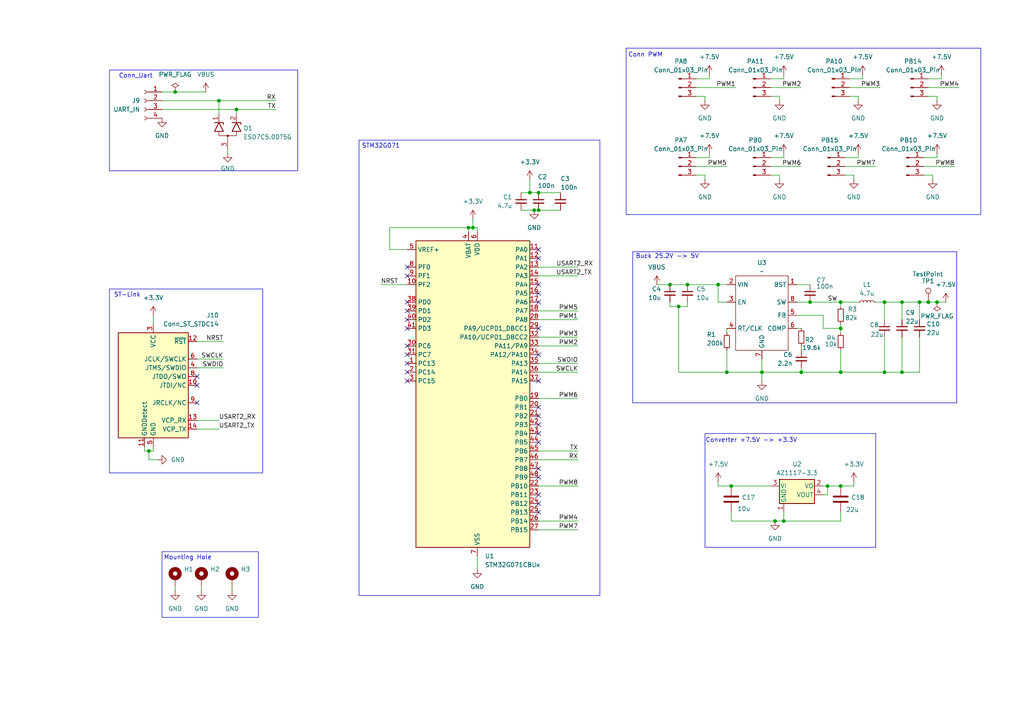
<source format=kicad_sch>
(kicad_sch (version 20231120) (generator "eeschema") (generator_version "8.0")
  (paper "A4")
  (lib_symbols
    (symbol "Connector:Conn_01x03_Pin" (pin_names (offset 1.016) hide)
      (property "Reference" "J" (at 0 5.08 0))
      (property "Value" "Conn_01x03_Pin" (at 0 -5.08 0))
      (symbol "Conn_01x03_Pin_1_1"
        (polyline (pts (xy 1.27 -2.54) (xy 0.8636 -2.54)) (stroke (width 0.1524)))
        (polyline (pts (xy 1.27 0) (xy 0.8636 0)) (stroke (width 0.1524)))
        (polyline (pts (xy 1.27 2.54) (xy 0.8636 2.54)) (stroke (width 0.1524)))
        (rectangle (start 0.8636 -2.413) (end 0 -2.667) (stroke (width 0.1524)) (fill (type outline)))
        (rectangle (start 0.8636 0.127) (end 0 -0.127) (stroke (width 0.1524)) (fill (type outline)))
        (rectangle (start 0.8636 2.667) (end 0 2.413) (stroke (width 0.1524)) (fill (type outline)))
        (pin passive line (at 5.08 2.54 180) (length 3.81) (name "Pin_1") (number "1"))
        (pin passive line (at 5.08 0 180) (length 3.81) (name "Pin_2") (number "2"))
        (pin passive line (at 5.08 -2.54 180) (length 3.81) (name "Pin_3") (number "3"))
      )
    )
    (symbol "Connector:Conn_01x04_Socket" (pin_names (offset 1.016) hide)
      (property "Reference" "J" (at 0 5.08 0))
      (property "Value" "Conn_01x04_Socket" (at 0 -7.62 0))
      (symbol "Conn_01x04_Socket_1_1"
        (arc (start 0 -4.572) (mid -0.5058 -5.08) (end 0 -5.588) (stroke (width 0.1524)))
        (arc (start 0 -2.032) (mid -0.5058 -2.54) (end 0 -3.048) (stroke (width 0.1524)))
        (polyline (pts (xy -1.27 -5.08) (xy -0.508 -5.08)) (stroke (width 0.1524)))
        (polyline (pts (xy -1.27 -2.54) (xy -0.508 -2.54)) (stroke (width 0.1524)))
        (polyline (pts (xy -1.27 0) (xy -0.508 0)) (stroke (width 0.1524)))
        (polyline (pts (xy -1.27 2.54) (xy -0.508 2.54)) (stroke (width 0.1524)))
        (arc (start 0 0.508) (mid -0.5058 0) (end 0 -0.508) (stroke (width 0.1524)))
        (arc (start 0 3.048) (mid -0.5058 2.54) (end 0 2.032) (stroke (width 0.1524)))
        (pin passive line (at -5.08 2.54 0) (length 3.81) (name "Pin_1") (number "1"))
        (pin passive line (at -5.08 0 0) (length 3.81) (name "Pin_2") (number "2"))
        (pin passive line (at -5.08 -2.54 0) (length 3.81) (name "Pin_3") (number "3"))
        (pin passive line (at -5.08 -5.08 0) (length 3.81) (name "Pin_4") (number "4"))
      )
    )
    (symbol "Connector:Conn_ST_STDC14"
      (property "Reference" "J" (at -8.89 16.51 0))
      (property "Value" "Conn_ST_STDC14" (at 17.78 16.51 0))
      (symbol "Conn_ST_STDC14_0_1"
        (rectangle (start -10.16 15.24) (end 10.16 -15.24) (stroke (width 0.254)) (fill (type background)))
      )
      (symbol "Conn_ST_STDC14_1_1"
        (pin no_connect line (at -10.16 5.08 0) (length 2.54) hide (name "NC") (number "1"))
        (pin output line (at 12.7 0 180) (length 2.54) (name "JTDI/NC") (number "10"))
        (pin passive line (at -2.54 -17.78 90) (length 2.54) (name "GNDDetect") (number "11"))
        (pin open_collector line (at 12.7 12.7 180) (length 2.54) (name "~{RST}") (number "12"))
        (pin output line (at 12.7 -10.16 180) (length 2.54) (name "VCP_RX") (number "13"))
        (pin input line (at 12.7 -12.7 180) (length 2.54) (name "VCP_TX") (number "14"))
        (pin no_connect line (at -10.16 2.54 0) (length 2.54) hide (name "NC") (number "2"))
        (pin power_in line (at 0 17.78 270) (length 2.54) (name "VCC") (number "3"))
        (pin bidirectional line (at 12.7 5.08 180) (length 2.54) (name "JTMS/SWDIO") (number "4"))
        (pin power_in line (at 0 -17.78 90) (length 2.54) (name "GND") (number "5"))
        (pin output line (at 12.7 7.62 180) (length 2.54) (name "JCLK/SWCLK") (number "6"))
        (pin passive line (at 0 -17.78 90) (length 2.54) hide (name "GND") (number "7"))
        (pin input line (at 12.7 2.54 180) (length 2.54) (name "JTDO/SWO") (number "8"))
        (pin input line (at 12.7 -5.08 180) (length 2.54) (name "JRCLK/NC") (number "9"))
      )
    )
    (symbol "Connector:TestPoint" (pin_numbers hide) (pin_names (offset 0.762) hide)
      (property "Reference" "TP" (at 0 6.858 0))
      (property "Value" "TestPoint" (at 0 5.08 0))
      (symbol "TestPoint_0_1"
        (circle (center 0 3.302) (radius 0.762))
      )
      (symbol "TestPoint_1_1"
        (pin passive line (at 0 0 90) (length 2.54) (name "1") (number "1"))
      )
    )
    (symbol "Custom:AP64500Q"
      (property "Reference" "U3" (at 0 13.97 0))
      (property "Value" "~" (at 0 11.43 0))
      (symbol "AP64500Q_0_1"
        (rectangle (start -7.62 10.16) (end 7.62 -11.43))
      )
      (symbol "AP64500Q_1_1"
        (pin input line (at 10.16 7.62 180) (length 2.54) (name "BST") (number "1"))
        (pin input line (at -10.16 7.62 0) (length 2.54) (name "VIN") (number "2"))
        (pin input line (at -10.16 2.54 0) (length 2.54) (name "EN") (number "3"))
        (pin input line (at -10.16 -5.08 0) (length 2.54) (name "RT/CLK") (number "4"))
        (pin input line (at 10.16 -1.27 180) (length 2.54) (name "FB") (number "5"))
        (pin input line (at 10.16 -5.08 180) (length 2.54) (name "COMP") (number "6"))
        (pin input line (at 0 -13.97 90) (length 2.54) (name "GND") (number "7"))
        (pin input line (at 10.16 2.54 180) (length 2.54) (name "SW") (number "8"))
        (pin input line (at 0 -13.97 90) (length 2.54) hide (name "EPad") (number "9"))
      )
    )
    (symbol "Device:C" (pin_numbers hide) (pin_names (offset 0.254))
      (property "Reference" "C" (at 0.635 2.54 0))
      (property "Value" "C" (at 0.635 -2.54 0))
      (symbol "C_0_1"
        (polyline (pts (xy -2.032 -0.762) (xy 2.032 -0.762)) (stroke (width 0.508)))
        (polyline (pts (xy -2.032 0.762) (xy 2.032 0.762)) (stroke (width 0.508)))
      )
      (symbol "C_1_1"
        (pin passive line (at 0 3.81 270) (length 2.794) (name "~") (number "1"))
        (pin passive line (at 0 -3.81 90) (length 2.794) (name "~") (number "2"))
      )
    )
    (symbol "Device:C_Small" (pin_numbers hide) (pin_names (offset 0.254) hide)
      (property "Reference" "C" (at 0.254 1.778 0))
      (property "Value" "C_Small" (at 0.254 -2.032 0))
      (symbol "C_Small_0_1"
        (polyline (pts (xy -1.524 -0.508) (xy 1.524 -0.508)) (stroke (width 0.3302)))
        (polyline (pts (xy -1.524 0.508) (xy 1.524 0.508)) (stroke (width 0.3048)))
      )
      (symbol "C_Small_1_1"
        (pin passive line (at 0 2.54 270) (length 2.032) (name "~") (number "1"))
        (pin passive line (at 0 -2.54 90) (length 2.032) (name "~") (number "2"))
      )
    )
    (symbol "Device:L_Small" (pin_numbers hide) (pin_names (offset 0.254) hide)
      (property "Reference" "L" (at 0.762 1.016 0))
      (property "Value" "L_Small" (at 0.762 -1.016 0))
      (symbol "L_Small_0_1"
        (arc (start 0 -2.032) (mid 0.5058 -1.524) (end 0 -1.016))
        (arc (start 0 -1.016) (mid 0.5058 -0.508) (end 0 0))
        (arc (start 0 0) (mid 0.5058 0.508) (end 0 1.016))
        (arc (start 0 1.016) (mid 0.5058 1.524) (end 0 2.032))
      )
      (symbol "L_Small_1_1"
        (pin passive line (at 0 2.54 270) (length 0.508) (name "~") (number "1"))
        (pin passive line (at 0 -2.54 90) (length 0.508) (name "~") (number "2"))
      )
    )
    (symbol "Device:R_Small" (pin_numbers hide) (pin_names (offset 0.254) hide)
      (property "Reference" "R" (at 0.762 0.508 0))
      (property "Value" "R_Small" (at 0.762 -1.016 0))
      (symbol "R_Small_0_1"
        (rectangle (start -0.762 1.778) (end 0.762 -1.778) (stroke (width 0.2032)))
      )
      (symbol "R_Small_1_1"
        (pin passive line (at 0 2.54 270) (length 0.762) (name "~") (number "1"))
        (pin passive line (at 0 -2.54 90) (length 0.762) (name "~") (number "2"))
      )
    )
    (symbol "GND_3" (power) (pin_numbers hide) (pin_names (offset 0) hide)
      (property "Value" "GND" (at 0 -3.81 0))
      (symbol "GND_3_0_1"
        (polyline (pts (xy 0 0) (xy 0 -1.27) (xy 1.27 -1.27) (xy 0 -2.54) (xy -1.27 -1.27) (xy 0 -1.27)))
      )
      (symbol "GND_3_1_1"
        (pin power_in line (at 0 0 270) (length 0) (name "~") (number "1"))
      )
    )
    (symbol "MCU_ST_STM32G0:STM32G071CBUx"
      (property "Reference" "U" (at -15.24 46.99 0))
      (property "Value" "STM32G071CBUx" (at 5.08 46.99 0))
      (symbol "STM32G071CBUx_0_1"
        (rectangle (start -15.24 -43.18) (end 17.78 45.72) (stroke (width 0.254)) (fill (type background)))
      )
      (symbol "STM32G071CBUx_1_1"
        (pin bidirectional line (at -17.78 10.16 0) (length 2.54) (name "PC13") (number "1"))
        (pin bidirectional line (at -17.78 33.02 0) (length 2.54) (name "PF2") (number "10"))
        (pin bidirectional line (at 20.32 43.18 180) (length 2.54) (name "PA0") (number "11"))
        (pin bidirectional line (at 20.32 40.64 180) (length 2.54) (name "PA1") (number "12"))
        (pin bidirectional line (at 20.32 38.1 180) (length 2.54) (name "PA2") (number "13"))
        (pin bidirectional line (at 20.32 35.56 180) (length 2.54) (name "PA3") (number "14"))
        (pin bidirectional line (at 20.32 33.02 180) (length 2.54) (name "PA4") (number "15"))
        (pin bidirectional line (at 20.32 30.48 180) (length 2.54) (name "PA5") (number "16"))
        (pin bidirectional line (at 20.32 27.94 180) (length 2.54) (name "PA6") (number "17"))
        (pin bidirectional line (at 20.32 25.4 180) (length 2.54) (name "PA7") (number "18"))
        (pin bidirectional line (at 20.32 0 180) (length 2.54) (name "PB0") (number "19"))
        (pin bidirectional line (at -17.78 7.62 0) (length 2.54) (name "PC14") (number "2"))
        (pin bidirectional line (at 20.32 -2.54 180) (length 2.54) (name "PB1") (number "20"))
        (pin bidirectional line (at 20.32 -5.08 180) (length 2.54) (name "PB2") (number "21"))
        (pin bidirectional line (at 20.32 -25.4 180) (length 2.54) (name "PB10") (number "22"))
        (pin bidirectional line (at 20.32 -27.94 180) (length 2.54) (name "PB11") (number "23"))
        (pin bidirectional line (at 20.32 -30.48 180) (length 2.54) (name "PB12") (number "24"))
        (pin bidirectional line (at 20.32 -33.02 180) (length 2.54) (name "PB13") (number "25"))
        (pin bidirectional line (at 20.32 -35.56 180) (length 2.54) (name "PB14") (number "26"))
        (pin bidirectional line (at 20.32 -38.1 180) (length 2.54) (name "PB15") (number "27"))
        (pin bidirectional line (at 20.32 22.86 180) (length 2.54) (name "PA8") (number "28"))
        (pin bidirectional line (at 20.32 20.32 180) (length 2.54) (name "PA9/UCPD1_DBCC1") (number "29"))
        (pin bidirectional line (at -17.78 5.08 0) (length 2.54) (name "PC15") (number "3"))
        (pin bidirectional line (at -17.78 15.24 0) (length 2.54) (name "PC6") (number "30"))
        (pin bidirectional line (at -17.78 12.7 0) (length 2.54) (name "PC7") (number "31"))
        (pin bidirectional line (at 20.32 17.78 180) (length 2.54) (name "PA10/UCPD1_DBCC2") (number "32"))
        (pin bidirectional line (at 20.32 15.24 180) (length 2.54) (name "PA11/PA9") (number "33"))
        (pin bidirectional line (at 20.32 12.7 180) (length 2.54) (name "PA12/PA10") (number "34"))
        (pin bidirectional line (at 20.32 10.16 180) (length 2.54) (name "PA13") (number "35"))
        (pin bidirectional line (at 20.32 7.62 180) (length 2.54) (name "PA14") (number "36"))
        (pin bidirectional line (at 20.32 5.08 180) (length 2.54) (name "PA15") (number "37"))
        (pin bidirectional line (at -17.78 27.94 0) (length 2.54) (name "PD0") (number "38"))
        (pin bidirectional line (at -17.78 25.4 0) (length 2.54) (name "PD1") (number "39"))
        (pin power_in line (at 0 48.26 270) (length 2.54) (name "VBAT") (number "4"))
        (pin bidirectional line (at -17.78 22.86 0) (length 2.54) (name "PD2") (number "40"))
        (pin bidirectional line (at -17.78 20.32 0) (length 2.54) (name "PD3") (number "41"))
        (pin bidirectional line (at 20.32 -7.62 180) (length 2.54) (name "PB3") (number "42"))
        (pin bidirectional line (at 20.32 -10.16 180) (length 2.54) (name "PB4") (number "43"))
        (pin bidirectional line (at 20.32 -12.7 180) (length 2.54) (name "PB5") (number "44"))
        (pin bidirectional line (at 20.32 -15.24 180) (length 2.54) (name "PB6") (number "45"))
        (pin bidirectional line (at 20.32 -17.78 180) (length 2.54) (name "PB7") (number "46"))
        (pin bidirectional line (at 20.32 -20.32 180) (length 2.54) (name "PB8") (number "47"))
        (pin bidirectional line (at 20.32 -22.86 180) (length 2.54) (name "PB9") (number "48"))
        (pin passive line (at 2.54 -45.72 90) (length 2.54) hide (name "VSS") (number "49"))
        (pin input line (at -17.78 43.18 0) (length 2.54) (name "VREF+") (number "5"))
        (pin power_in line (at 2.54 48.26 270) (length 2.54) (name "VDD") (number "6"))
        (pin power_in line (at 2.54 -45.72 90) (length 2.54) (name "VSS") (number "7"))
        (pin bidirectional line (at -17.78 38.1 0) (length 2.54) (name "PF0") (number "8"))
        (pin bidirectional line (at -17.78 35.56 0) (length 2.54) (name "PF1") (number "9"))
      )
    )
    (symbol "Mechanical:MountingHole_Pad" (pin_numbers hide) (pin_names (offset 1.016) hide) (exclude_from_sim yes) (in_bom no)
      (property "Reference" "H" (at 0 6.35 0))
      (property "Value" "MountingHole_Pad" (at 0 4.445 0))
      (symbol "MountingHole_Pad_0_1"
        (circle (center 0 1.27) (radius 1.27) (stroke (width 1.27)))
      )
      (symbol "MountingHole_Pad_1_1"
        (pin input line (at 0 -2.54 90) (length 2.54) (name "1") (number "1"))
      )
    )
    (symbol "PWR_FLAG_1" (power) (pin_numbers hide) (pin_names (offset 0) hide)
      (property "Value" "PWR_FLAG" (at 0 3.81 0))
      (symbol "PWR_FLAG_1_0_0"
        (pin power_out line (at 0 0 90) (length 0) (name "~") (number "1"))
      )
      (symbol "PWR_FLAG_1_0_1"
        (polyline (pts (xy 0 0) (xy 0 1.27) (xy -1.016 1.905) (xy 0 2.54) (xy 1.016 1.905) (xy 0 1.27)))
      )
    )
    (symbol "Power_Protection:RCLAMP0582B" (pin_names hide)
      (property "Reference" "D" (at 0 5.08 0))
      (property "Value" "RCLAMP0582B" (at 0 -5.08 0))
      (symbol "RCLAMP0582B_0_1"
        (polyline (pts (xy -2.54 0) (xy -1.27 0)))
        (polyline (pts (xy -1.27 2.54) (xy -1.27 -2.54)))
        (polyline (pts (xy 0 2.54) (xy -1.27 2.54)) (stroke (width 0.1524)))
        (polyline (pts (xy 2.54 3.81) (xy 2.54 1.27) (xy 2.032 1.27)) (stroke (width 0.254)))
        (polyline (pts (xy 0 1.27) (xy 0 3.81) (xy 2.54 2.54) (xy 0 1.27)) (stroke (width 0.254)))
        (pin passive line (at -5.08 0 0) (length 2.54) (name "A") (number "3"))
      )
      (symbol "RCLAMP0582B_1_1"
        (circle (center -1.27 0) (radius 0.254) (fill (type outline)))
        (polyline (pts (xy 0 -2.54) (xy -1.27 -2.54)) (stroke (width 0.1524)))
        (polyline (pts (xy 2.54 -1.27) (xy 2.54 -3.81) (xy 2.032 -3.81)) (stroke (width 0.254)))
        (polyline (pts (xy 0 -3.81) (xy 0 -1.27) (xy 2.54 -2.54) (xy 0 -3.81)) (stroke (width 0.254)))
        (pin passive line (at 5.08 2.54 180) (length 2.54) (name "K1") (number "1"))
        (pin passive line (at 5.08 -2.54 180) (length 2.54) (name "K2") (number "2"))
      )
    )
    (symbol "Regulator_Linear:AZ1117-3.3" (pin_names (offset 0.254))
      (property "Reference" "U2" (at 0 6.35 0))
      (property "Value" "AZ1117-3.3" (at 0 3.81 0))
      (symbol "AZ1117-3.3_0_1"
        (rectangle (start -5.08 1.905) (end 5.08 -5.08) (stroke (width 0.254)) (fill (type background)))
      )
      (symbol "AZ1117-3.3_1_1"
        (pin power_in line (at -3.81 -7.62 90) (length 2.54) (name "GND") (number "1"))
        (pin power_out line (at 7.62 0 180) (length 2.54) (name "VO") (number "2"))
        (pin power_in line (at -7.62 0 0) (length 2.54) (name "VI") (number "3"))
        (pin input line (at 7.62 -2.54 180) (length 2.54) (name "VOUT") (number "4"))
      )
    )
    (symbol "power:+3.3V" (power) (pin_numbers hide) (pin_names (offset 0) hide)
      (property "Value" "+3.3V" (at 0 3.556 0))
      (symbol "+3.3V_0_1"
        (polyline (pts (xy -0.762 1.27) (xy 0 2.54)))
        (polyline (pts (xy 0 0) (xy 0 2.54)))
        (polyline (pts (xy 0 2.54) (xy 0.762 1.27)))
      )
      (symbol "+3.3V_1_1"
        (pin power_in line (at 0 0 90) (length 0) (name "~") (number "1"))
      )
    )
    (symbol "power:+5V" (power) (pin_numbers hide) (pin_names (offset 0) hide)
      (property "Value" "+5V" (at 0 3.556 0))
      (symbol "+5V_0_1"
        (polyline (pts (xy -0.762 1.27) (xy 0 2.54)))
        (polyline (pts (xy 0 0) (xy 0 2.54)))
        (polyline (pts (xy 0 2.54) (xy 0.762 1.27)))
      )
      (symbol "+5V_1_1"
        (pin power_in line (at 0 0 90) (length 0) (name "~") (number "1"))
      )
    )
    (symbol "power:+BATT" (power) (pin_numbers hide) (pin_names (offset 0) hide)
      (property "Value" "+BATT" (at 0 3.556 0))
      (symbol "+BATT_0_1"
        (polyline (pts (xy -0.762 1.27) (xy 0 2.54)))
        (polyline (pts (xy 0 0) (xy 0 2.54)))
        (polyline (pts (xy 0 2.54) (xy 0.762 1.27)))
      )
      (symbol "+BATT_1_1"
        (pin power_in line (at 0 0 90) (length 0) (name "~") (number "1"))
      )
    )
    (symbol "power:GND" (power) (pin_numbers hide) (pin_names (offset 0) hide)
      (property "Value" "GND" (at 0 -3.81 0))
      (symbol "GND_0_1"
        (polyline (pts (xy 0 0) (xy 0 -1.27) (xy 1.27 -1.27) (xy 0 -2.54) (xy -1.27 -1.27) (xy 0 -1.27)))
      )
      (symbol "GND_1_1"
        (pin power_in line (at 0 0 270) (length 0) (name "~") (number "1"))
      )
    )
    (symbol "power:PWR_FLAG" (power) (pin_numbers hide) (pin_names (offset 0) hide)
      (property "Value" "PWR_FLAG" (at 0 3.81 0))
      (symbol "PWR_FLAG_0_0"
        (pin power_out line (at 0 0 90) (length 0) (name "~") (number "1"))
      )
      (symbol "PWR_FLAG_0_1"
        (polyline (pts (xy 0 0) (xy 0 1.27) (xy -1.016 1.905) (xy 0 2.54) (xy 1.016 1.905) (xy 0 1.27)))
      )
    )
    (symbol "power:VBUS" (power) (pin_numbers hide) (pin_names (offset 0) hide)
      (property "Value" "VBUS" (at 0 3.556 0))
      (symbol "VBUS_0_1"
        (polyline (pts (xy -0.762 1.27) (xy 0 2.54)))
        (polyline (pts (xy 0 0) (xy 0 2.54)))
        (polyline (pts (xy 0 2.54) (xy 0.762 1.27)))
      )
      (symbol "VBUS_1_1"
        (pin power_in line (at 0 0 90) (length 0) (name "~") (number "1"))
      )
    )
  )
  (junction (at 240.03 140.97))
  (junction (at 271.78 87.63))
  (junction (at 269.24 87.63))
  (junction (at 194.31 82.55))
  (junction (at 135.89 66.04))
  (junction (at 68.58 31.75))
  (junction (at 234.95 87.63))
  (junction (at 63.5 29.21))
  (junction (at 153.67 55.88))
  (junction (at 154.94 60.96))
  (junction (at 243.84 107.95))
  (junction (at 266.7 87.63))
  (junction (at 261.62 87.63))
  (junction (at 256.54 87.63))
  (junction (at 256.54 107.95))
  (junction (at 50.8 26.67))
  (junction (at 208.28 82.55))
  (junction (at 210.82 107.95))
  (junction (at 199.39 82.55))
  (junction (at 261.62 107.95))
  (junction (at 243.84 87.63))
  (junction (at 212.09 140.97))
  (junction (at 156.21 60.96))
  (junction (at 243.84 140.97))
  (junction (at 137.16 66.04))
  (junction (at 220.98 107.95))
  (junction (at 227.33 151.13))
  (junction (at 196.85 88.9))
  (junction (at 243.84 95.25))
  (junction (at 224.79 151.13))
  (junction (at 43.18 130.81))
  (junction (at 156.21 55.88))
  (junction (at 232.41 107.95))
  (no_connect (at 156.21 95.25))
  (no_connect (at 156.21 135.89))
  (no_connect (at 156.21 87.63))
  (no_connect (at 118.11 110.49))
  (no_connect (at 118.11 77.47))
  (no_connect (at 118.11 102.87))
  (no_connect (at 118.11 100.33))
  (no_connect (at 156.21 143.51))
  (no_connect (at 57.15 111.76))
  (no_connect (at 57.15 116.84))
  (no_connect (at 156.21 146.05))
  (no_connect (at 156.21 110.49))
  (no_connect (at 156.21 128.27))
  (no_connect (at 118.11 90.17))
  (no_connect (at 156.21 120.65))
  (no_connect (at 118.11 92.71))
  (no_connect (at 118.11 107.95))
  (no_connect (at 57.15 109.22))
  (no_connect (at 156.21 102.87))
  (no_connect (at 156.21 82.55))
  (no_connect (at 156.21 85.09))
  (no_connect (at 156.21 125.73))
  (no_connect (at 156.21 148.59))
  (no_connect (at 156.21 118.11))
  (no_connect (at 156.21 138.43))
  (no_connect (at 156.21 74.93))
  (no_connect (at 156.21 72.39))
  (no_connect (at 118.11 80.01))
  (no_connect (at 156.21 123.19))
  (no_connect (at 118.11 95.25))
  (no_connect (at 118.11 87.63))
  (no_connect (at 118.11 105.41))
  (wire (pts (xy 227.33 148.59) (xy 227.33 151.13)))
  (wire (pts (xy 154.94 60.96) (xy 156.21 60.96)))
  (wire (pts (xy 243.84 107.95) (xy 256.54 107.95)))
  (wire (pts (xy 247.65 50.8) (xy 247.65 52.07)))
  (wire (pts (xy 220.98 104.14) (xy 220.98 107.95)))
  (wire (pts (xy 238.76 143.51) (xy 240.03 143.51)))
  (wire (pts (xy 223.52 25.4) (xy 232.41 25.4)))
  (wire (pts (xy 267.97 48.26) (xy 276.86 48.26)))
  (wire (pts (xy 151.13 60.96) (xy 154.94 60.96)))
  (wire (pts (xy 256.54 107.95) (xy 261.62 107.95)))
  (wire (pts (xy 223.52 45.72) (xy 227.33 45.72)))
  (wire (pts (xy 194.31 88.9) (xy 194.31 87.63)))
  (wire (pts (xy 46.99 26.67) (xy 50.8 26.67)))
  (wire (pts (xy 247.65 140.97) (xy 247.65 139.7)))
  (wire (pts (xy 224.79 151.13) (xy 227.33 151.13)))
  (wire (pts (xy 238.76 95.25) (xy 243.84 95.25)))
  (wire (pts (xy 271.78 45.72) (xy 271.78 44.45)))
  (wire (pts (xy 190.5 82.55) (xy 194.31 82.55)))
  (wire (pts (xy 63.5 121.92) (xy 57.15 121.92)))
  (wire (pts (xy 137.16 66.04) (xy 135.89 66.04)))
  (wire (pts (xy 153.67 52.07) (xy 153.67 55.88)))
  (wire (pts (xy 156.21 77.47) (xy 167.64 77.47)))
  (wire (pts (xy 261.62 87.63) (xy 266.7 87.63)))
  (wire (pts (xy 201.93 45.72) (xy 205.74 45.72)))
  (wire (pts (xy 248.92 27.94) (xy 248.92 29.21)))
  (wire (pts (xy 201.93 48.26) (xy 210.82 48.26)))
  (wire (pts (xy 194.31 82.55) (xy 199.39 82.55)))
  (wire (pts (xy 271.78 27.94) (xy 271.78 29.21)))
  (wire (pts (xy 232.41 100.33) (xy 232.41 101.6)))
  (wire (pts (xy 240.03 143.51) (xy 240.03 140.97)))
  (wire (pts (xy 243.84 93.98) (xy 243.84 95.25)))
  (wire (pts (xy 205.74 45.72) (xy 205.74 44.45)))
  (wire (pts (xy 57.15 124.46) (xy 63.5 124.46)))
  (wire (pts (xy 156.21 133.35) (xy 167.64 133.35)))
  (wire (pts (xy 167.64 97.79) (xy 156.21 97.79)))
  (wire (pts (xy 58.42 170.18) (xy 58.42 171.45)))
  (wire (pts (xy 50.8 26.67) (xy 59.69 26.67)))
  (wire (pts (xy 67.31 170.18) (xy 67.31 171.45)))
  (wire (pts (xy 238.76 91.44) (xy 238.76 95.25)))
  (wire (pts (xy 196.85 107.95) (xy 210.82 107.95)))
  (wire (pts (xy 43.18 133.35) (xy 43.18 130.81)))
  (wire (pts (xy 246.38 22.86) (xy 250.19 22.86)))
  (wire (pts (xy 227.33 22.86) (xy 227.33 21.59)))
  (wire (pts (xy 243.84 101.6) (xy 243.84 107.95)))
  (wire (pts (xy 220.98 107.95) (xy 232.41 107.95)))
  (wire (pts (xy 266.7 87.63) (xy 269.24 87.63)))
  (wire (pts (xy 248.92 45.72) (xy 248.92 44.45)))
  (wire (pts (xy 232.41 107.95) (xy 243.84 107.95)))
  (wire (pts (xy 41.91 130.81) (xy 41.91 129.54)))
  (wire (pts (xy 223.52 50.8) (xy 226.06 50.8)))
  (wire (pts (xy 226.06 27.94) (xy 226.06 29.21)))
  (wire (pts (xy 269.24 25.4) (xy 278.13 25.4)))
  (wire (pts (xy 243.84 148.59) (xy 243.84 151.13)))
  (wire (pts (xy 212.09 140.97) (xy 208.28 140.97)))
  (wire (pts (xy 256.54 97.79) (xy 256.54 107.95)))
  (wire (pts (xy 196.85 88.9) (xy 194.31 88.9)))
  (wire (pts (xy 261.62 97.79) (xy 261.62 107.95)))
  (wire (pts (xy 57.15 104.14) (xy 64.77 104.14)))
  (wire (pts (xy 196.85 88.9) (xy 199.39 88.9)))
  (wire (pts (xy 243.84 95.25) (xy 243.84 96.52)))
  (wire (pts (xy 231.14 95.25) (xy 232.41 95.25)))
  (wire (pts (xy 201.93 25.4) (xy 213.36 25.4)))
  (wire (pts (xy 204.47 27.94) (xy 204.47 29.21)))
  (wire (pts (xy 46.99 29.21) (xy 63.5 29.21)))
  (wire (pts (xy 210.82 107.95) (xy 220.98 107.95)))
  (wire (pts (xy 57.15 99.06) (xy 64.77 99.06)))
  (wire (pts (xy 267.97 45.72) (xy 271.78 45.72)))
  (wire (pts (xy 156.21 80.01) (xy 167.64 80.01)))
  (wire (pts (xy 208.28 87.63) (xy 208.28 82.55)))
  (wire (pts (xy 138.43 165.1) (xy 138.43 161.29)))
  (wire (pts (xy 205.74 21.59) (xy 205.74 22.86)))
  (wire (pts (xy 167.64 90.17) (xy 156.21 90.17)))
  (wire (pts (xy 212.09 151.13) (xy 224.79 151.13)))
  (wire (pts (xy 208.28 82.55) (xy 210.82 82.55)))
  (wire (pts (xy 153.67 55.88) (xy 156.21 55.88)))
  (wire (pts (xy 240.03 140.97) (xy 243.84 140.97)))
  (wire (pts (xy 210.82 87.63) (xy 208.28 87.63)))
  (wire (pts (xy 167.64 153.67) (xy 156.21 153.67)))
  (wire (pts (xy 271.78 87.63) (xy 274.32 87.63)))
  (wire (pts (xy 204.47 50.8) (xy 204.47 52.07)))
  (wire (pts (xy 261.62 107.95) (xy 266.7 107.95)))
  (wire (pts (xy 135.89 66.04) (xy 135.89 67.31)))
  (wire (pts (xy 118.11 82.55) (xy 110.49 82.55)))
  (wire (pts (xy 63.5 29.21) (xy 80.01 29.21)))
  (wire (pts (xy 243.84 88.9) (xy 243.84 87.63)))
  (wire (pts (xy 256.54 87.63) (xy 256.54 92.71)))
  (wire (pts (xy 167.64 115.57) (xy 156.21 115.57)))
  (wire (pts (xy 137.16 66.04) (xy 138.43 66.04)))
  (wire (pts (xy 135.89 66.04) (xy 113.03 66.04)))
  (wire (pts (xy 269.24 22.86) (xy 273.05 22.86)))
  (wire (pts (xy 68.58 31.75) (xy 68.58 33.02)))
  (wire (pts (xy 227.33 45.72) (xy 227.33 44.45)))
  (wire (pts (xy 57.15 106.68) (xy 64.77 106.68)))
  (wire (pts (xy 270.51 50.8) (xy 270.51 52.07)))
  (wire (pts (xy 231.14 82.55) (xy 234.95 82.55)))
  (wire (pts (xy 256.54 87.63) (xy 261.62 87.63)))
  (wire (pts (xy 201.93 50.8) (xy 204.47 50.8)))
  (wire (pts (xy 205.74 22.86) (xy 201.93 22.86)))
  (wire (pts (xy 66.04 44.45) (xy 66.04 43.18)))
  (wire (pts (xy 196.85 88.9) (xy 196.85 107.95)))
  (wire (pts (xy 113.03 72.39) (xy 118.11 72.39)))
  (wire (pts (xy 267.97 50.8) (xy 270.51 50.8)))
  (wire (pts (xy 231.14 91.44) (xy 238.76 91.44)))
  (wire (pts (xy 250.19 22.86) (xy 250.19 21.59)))
  (wire (pts (xy 266.7 87.63) (xy 266.7 92.71)))
  (wire (pts (xy 261.62 87.63) (xy 261.62 92.71)))
  (wire (pts (xy 231.14 87.63) (xy 234.95 87.63)))
  (wire (pts (xy 234.95 87.63) (xy 243.84 87.63)))
  (wire (pts (xy 45.72 133.35) (xy 43.18 133.35)))
  (wire (pts (xy 199.39 82.55) (xy 208.28 82.55)))
  (wire (pts (xy 199.39 87.63) (xy 199.39 88.9)))
  (wire (pts (xy 63.5 29.21) (xy 63.5 33.02)))
  (wire (pts (xy 156.21 130.81) (xy 167.64 130.81)))
  (wire (pts (xy 266.7 107.95) (xy 266.7 97.79)))
  (wire (pts (xy 137.16 63.5) (xy 137.16 66.04)))
  (wire (pts (xy 167.64 92.71) (xy 156.21 92.71)))
  (wire (pts (xy 223.52 48.26) (xy 232.41 48.26)))
  (wire (pts (xy 138.43 66.04) (xy 138.43 67.31)))
  (wire (pts (xy 156.21 60.96) (xy 162.56 60.96)))
  (wire (pts (xy 232.41 107.95) (xy 232.41 106.68)))
  (wire (pts (xy 273.05 22.86) (xy 273.05 21.59)))
  (wire (pts (xy 226.06 50.8) (xy 226.06 52.07)))
  (wire (pts (xy 43.18 130.81) (xy 41.91 130.81)))
  (wire (pts (xy 167.64 151.13) (xy 156.21 151.13)))
  (wire (pts (xy 156.21 105.41) (xy 167.64 105.41)))
  (wire (pts (xy 245.11 45.72) (xy 248.92 45.72)))
  (wire (pts (xy 246.38 25.4) (xy 255.27 25.4)))
  (wire (pts (xy 212.09 151.13) (xy 212.09 148.59)))
  (wire (pts (xy 43.18 130.81) (xy 44.45 130.81)))
  (wire (pts (xy 50.8 170.18) (xy 50.8 171.45)))
  (wire (pts (xy 245.11 50.8) (xy 247.65 50.8)))
  (wire (pts (xy 151.13 55.88) (xy 153.67 55.88)))
  (wire (pts (xy 220.98 107.95) (xy 220.98 110.49)))
  (wire (pts (xy 46.99 31.75) (xy 68.58 31.75)))
  (wire (pts (xy 212.09 140.97) (xy 223.52 140.97)))
  (wire (pts (xy 113.03 66.04) (xy 113.03 72.39)))
  (wire (pts (xy 68.58 31.75) (xy 80.01 31.75)))
  (wire (pts (xy 245.11 48.26) (xy 254 48.26)))
  (wire (pts (xy 210.82 96.52) (xy 210.82 95.25)))
  (wire (pts (xy 247.65 140.97) (xy 243.84 140.97)))
  (wire (pts (xy 269.24 27.94) (xy 271.78 27.94)))
  (wire (pts (xy 44.45 91.44) (xy 44.45 93.98)))
  (wire (pts (xy 44.45 129.54) (xy 44.45 130.81)))
  (wire (pts (xy 223.52 22.86) (xy 227.33 22.86)))
  (wire (pts (xy 238.76 140.97) (xy 240.03 140.97)))
  (wire (pts (xy 269.24 87.63) (xy 271.78 87.63)))
  (wire (pts (xy 201.93 27.94) (xy 204.47 27.94)))
  (wire (pts (xy 156.21 140.97) (xy 167.64 140.97)))
  (wire (pts (xy 156.21 107.95) (xy 167.64 107.95)))
  (wire (pts (xy 246.38 27.94) (xy 248.92 27.94)))
  (wire (pts (xy 254 87.63) (xy 256.54 87.63)))
  (wire (pts (xy 156.21 55.88) (xy 162.56 55.88)))
  (wire (pts (xy 223.52 27.94) (xy 226.06 27.94)))
  (wire (pts (xy 208.28 139.7) (xy 208.28 140.97)))
  (wire (pts (xy 227.33 151.13) (xy 243.84 151.13)))
  (wire (pts (xy 243.84 87.63) (xy 248.92 87.63)))
  (wire (pts (xy 210.82 101.6) (xy 210.82 107.95)))
  (wire (pts (xy 167.64 100.33) (xy 156.21 100.33)))
  (rectangle (start 183.515 73.025) (end 277.495 116.84))
  (rectangle (start 31.75 83.82) (end 76.2 137.16))
  (rectangle (start 181.61 13.97) (end 284.48 62.23))
  (rectangle (start 31.75 20.32) (end 86.36 49.53))
  (rectangle (start 46.99 160.02) (end 74.93 179.07))
  (rectangle (start 204.47 125.73) (end 254 158.75))
  (rectangle (start 104.14 40.64) (end 173.99 172.72))
  (text "Converter +7.5V -> +3.3V" (at 217.932 127.762 0) (effects (font (size 1.27 1.27))))
  (text "Mounting Hole\n" (at 47.498 161.798 0) (effects (font (size 1.27 1.27)) (justify left)))
  (text "Buck 25.2V -> 5V" (at 193.548 74.422 0) (effects (font (size 1.27 1.27))))
  (text "Conn_Uart\n" (at 39.37 22.098 0) (effects (font (size 1.27 1.27))))
  (text "STM32G071\n" (at 110.49 42.418 0) (effects (font (size 1.27 1.27))))
  (text "ST-Link\n" (at 33.02 86.36 0) (effects (font (size 1.27 1.27)) (justify left bottom)))
  (text "Conn PWM\n" (at 187.198 16.002 0) (effects (font (size 1.27 1.27))))
  (label "PWM6" (at 167.64 115.57 180))
  (label "PWM8" (at 276.86 48.26 180))
  (label "PWM6" (at 232.41 48.26 180))
  (label "PWM4" (at 167.64 151.13 180))
  (label "USART2_RX" (at 63.5 121.92 0))
  (label "PWM1" (at 167.64 92.71 180))
  (label "PWM7" (at 167.64 153.67 180))
  (label "NRST" (at 64.77 99.06 180))
  (label "PWM5" (at 167.64 90.17 180))
  (label "SWDIO" (at 167.64 105.41 180))
  (label "TX" (at 80.01 31.75 180))
  (label "TX" (at 167.64 130.81 180))
  (label "USART2_TX" (at 161.29 80.01 0))
  (label "USART2_TX" (at 63.5 124.46 0))
  (label "NRST" (at 110.49 82.55 0))
  (label "PWM3" (at 167.64 97.79 180))
  (label "USART2_RX" (at 161.29 77.47 0))
  (label "PWM5" (at 210.82 48.26 180))
  (label "PWM3" (at 255.27 25.4 180))
  (label "SW" (at 240.03 87.63 0))
  (label "PWM2" (at 167.64 100.33 180))
  (label "SWDIO" (at 64.77 106.68 180))
  (label "SWCLK" (at 64.77 104.14 180))
  (label "PWM1" (at 213.36 25.4 180))
  (label "PWM8" (at 167.64 140.97 180))
  (label "RX" (at 167.64 133.35 180))
  (label "PWM2" (at 232.41 25.4 180))
  (label "PWM4" (at 278.13 25.4 180))
  (label "PWM7" (at 254 48.26 180))
  (label "SWCLK" (at 167.64 107.95 180))
  (label "RX" (at 80.01 29.21 180))
  (symbol (lib_id "power:GND") (at 138.43 165.1 0) (unit 1)
    (property "Reference" "#PWR04" (effects (hide yes)))
    (property "Value" "GND" (at 138.43 170.18 0))
    (property "Description" "Power symbol creates a global label with name \"GND\" , ground" (effects (hide yes)))
  )
  (symbol (lib_id "Device:C_Small") (at 194.31 85.09 0) (mirror y) (unit 1)
    (property "Reference" "C4" (at 191.77 83.8262 0) (effects (justify left)))
    (property "Value" "10u" (at 191.77 86.3662 0) (effects (justify left)))
    (property "Footprint" "Capacitor_SMD:C_0805_2012Metric" (effects (hide yes)))
    (property "Datasheet" "https://www.mouser.fr/ProductDetail/Murata-Electronics/GRM21BR61H106KE43K?qs=xZ%2FP%252Ba9zWqbh3%252B96jyTKxw%3D%3D" (effects (hide yes)))
    (property "Description" "Unpolarized capacitor, small symbol" (effects (hide yes)))
  )
  (symbol (lib_id "Connector:Conn_01x03_Pin") (at 218.44 48.26 0) (unit 1)
    (property "Reference" "PB0" (at 219.075 40.64 0))
    (property "Value" "Conn_01x03_Pin" (at 219.075 43.18 0))
    (property "Footprint" "Connector_JST:JST_EH_B3B-EH-A_1x03_P2.50mm_Vertical" (effects (hide yes)))
    (property "Description" "Generic connector, single row, 01x03, script generated" (effects (hide yes)))
  )
  (symbol (lib_id "power:+BATT") (at 190.5 82.55 0) (unit 1)
    (property "Reference" "#PWR01" (effects (hide yes)))
    (property "Value" "VBUS" (at 190.5 77.47 0))
    (property "Description" "Power symbol creates a global label with name \"+BATT\"" (effects (hide yes)))
  )
  (symbol (lib_id "power:PWR_FLAG") (at 50.8 26.67 0) (unit 1)
    (property "Reference" "#FLG03" (effects (hide yes)))
    (property "Value" "PWR_FLAG" (at 50.8 21.59 0))
    (property "Description" "Special symbol for telling ERC where power comes from" (effects (hide yes)))
  )
  (symbol (lib_id "Device:C_Small") (at 156.21 58.42 0) (unit 1)
    (property "Reference" "C2" (at 155.956 51.308 0) (effects (justify left)))
    (property "Value" "100n" (at 155.956 53.848 0) (effects (justify left)))
    (property "Footprint" "Capacitor_SMD:C_0402_1005Metric" (effects (hide yes)))
    (property "Description" "Unpolarized capacitor, small symbol" (effects (hide yes)))
  )
  (symbol (lib_id "power:+3.3V") (at 205.74 44.45 0) (unit 1)
    (property "Reference" "#PWR016" (effects (hide yes)))
    (property "Value" "+7.5V" (at 205.74 39.37 0))
    (property "Description" "Power symbol creates a global label with name \"+3.3V\"" (effects (hide yes)))
  )
  (symbol (lib_id "Connector:Conn_01x03_Pin") (at 240.03 48.26 0) (unit 1)
    (property "Reference" "PB15" (at 240.665 40.64 0))
    (property "Value" "Conn_01x03_Pin" (at 240.665 43.18 0))
    (property "Footprint" "Connector_JST:JST_EH_B3B-EH-A_1x03_P2.50mm_Vertical" (effects (hide yes)))
    (property "Description" "Generic connector, single row, 01x03, script generated" (effects (hide yes)))
  )
  (symbol (lib_id "power:+3.3V") (at 227.33 21.59 0) (unit 1)
    (property "Reference" "#PWR020" (effects (hide yes)))
    (property "Value" "+7.5V" (at 227.33 16.51 0))
    (property "Description" "Power symbol creates a global label with name \"+3.3V\"" (effects (hide yes)))
  )
  (symbol (lib_id "power:GND") (at 46.99 34.29 0) (unit 1)
    (property "Reference" "#PWR029" (effects (hide yes)))
    (property "Value" "GND" (at 46.99 39.37 0))
    (property "Description" "Power symbol creates a global label with name \"GND\" , ground" (effects (hide yes)))
  )
  (symbol (lib_id "Connector:Conn_01x04_Socket") (at 41.91 29.21 0) (mirror y) (unit 1)
    (property "Reference" "J9" (at 40.64 29.2099 0) (effects (justify left)))
    (property "Value" "UART_IN" (at 40.64 31.7499 0) (effects (justify left)))
    (property "Footprint" "Connector_JST:JST_EH_B4B-EH-A_1x04_P2.50mm_Vertical" (effects (hide yes)))
    (property "Description" "Generic connector, single row, 01x04, script generated" (effects (hide yes)))
  )
  (symbol (lib_id "Device:R_Small") (at 243.84 99.06 0) (mirror y) (unit 1)
    (property "Reference" "R4" (at 241.046 98.044 0))
    (property "Value" "10k" (at 241.046 99.822 0))
    (property "Footprint" "Resistor_SMD:R_0402_1005Metric" (effects (hide yes)))
    (property "Description" "Resistor, small symbol" (effects (hide yes)))
  )
  (symbol (lib_id "power:GND") (at 50.8 171.45 0) (unit 1)
    (property "Reference" "#PWR07" (effects (hide yes)))
    (property "Value" "GND" (at 50.8 176.53 0))
    (property "Description" "Power symbol creates a global label with name \"GND\" , ground" (effects (hide yes)))
  )
  (symbol (lib_id "power:+5V") (at 274.32 87.63 0) (unit 1)
    (property "Reference" "#PWR038" (effects (hide yes)))
    (property "Value" "+7.5V" (at 274.32 82.55 0))
    (property "Description" "Power symbol creates a global label with name \"+5V\"" (effects (hide yes)))
  )
  (symbol (lib_id "power:+3.3V") (at 273.05 21.59 0) (unit 1)
    (property "Reference" "#PWR012" (effects (hide yes)))
    (property "Value" "+7.5V" (at 273.05 16.51 0))
    (property "Description" "Power symbol creates a global label with name \"+3.3V\"" (effects (hide yes)))
  )
  (symbol (lib_id "power:+3.3V") (at 250.19 21.59 0) (unit 1)
    (property "Reference" "#PWR010" (effects (hide yes)))
    (property "Value" "+7.5V" (at 250.19 16.51 0))
    (property "Description" "Power symbol creates a global label with name \"+3.3V\"" (effects (hide yes)))
  )
  (symbol (lib_id "Mechanical:MountingHole_Pad") (at 67.31 167.64 0) (unit 1) (exclude_from_sim yes) (in_bom no)
    (property "Reference" "H3" (at 69.85 165.0999 0) (effects (justify left)))
    (property "Value" "MountingHole_Pad" (effects (hide yes)))
    (property "Footprint" "MountingHole:MountingHole_2.7mm_M2.5_Pad" (effects (hide yes)))
    (property "Description" "Mounting Hole with connection" (effects (hide yes)))
  )
  (symbol (lib_id "power:GND") (at 204.47 52.07 0) (unit 1)
    (property "Reference" "#PWR013" (effects (hide yes)))
    (property "Value" "GND" (at 204.47 57.15 0))
    (property "Description" "Power symbol creates a global label with name \"GND\" , ground" (effects (hide yes)))
  )
  (symbol (lib_id "Connector:TestPoint") (at 269.24 87.63 0) (unit 1)
    (property "Reference" "TP1" (at 271.018 81.534 0) (effects (justify right)))
    (property "Value" "TestPoint" (at 273.558 79.502 0) (effects (justify right)))
    (property "Footprint" "TestPoint:TestPoint_Pad_D2.0mm" (effects (hide yes)))
    (property "Description" "test point" (effects (hide yes)))
  )
  (symbol (lib_id "Connector:Conn_01x03_Pin") (at 241.3 25.4 0) (unit 1)
    (property "Reference" "PA10" (at 241.935 17.78 0))
    (property "Value" "Conn_01x03_Pin" (at 241.935 20.32 0))
    (property "Footprint" "Connector_JST:JST_EH_B3B-EH-A_1x03_P2.50mm_Vertical" (effects (hide yes)))
    (property "Description" "Generic connector, single row, 01x03, script generated" (effects (hide yes)))
  )
  (symbol (lib_id "Device:C_Small") (at 261.62 95.25 0) (unit 1)
    (property "Reference" "C9" (at 262.636 90.678 0) (effects (justify left)))
    (property "Value" "22u" (at 262.636 93.218 0) (effects (justify left)))
    (property "Footprint" "Capacitor_SMD:C_0805_2012Metric" (effects (hide yes)))
    (property "Description" "Unpolarized capacitor, small symbol" (effects (hide yes)))
  )
  (symbol (lib_id "Connector:Conn_01x03_Pin") (at 196.85 48.26 0) (unit 1)
    (property "Reference" "PA7" (at 197.485 40.64 0))
    (property "Value" "Conn_01x03_Pin" (at 197.485 43.18 0))
    (property "Footprint" "Connector_JST:JST_EH_B3B-EH-A_1x03_P2.50mm_Vertical" (effects (hide yes)))
    (property "Description" "Generic connector, single row, 01x03, script generated" (effects (hide yes)))
  )
  (symbol (lib_id "Device:C_Small") (at 199.39 85.09 0) (unit 1)
    (property "Reference" "C5" (at 201.93 83.8262 0) (effects (justify left)))
    (property "Value" "10u" (at 201.93 86.3662 0) (effects (justify left)))
    (property "Footprint" "Capacitor_SMD:C_0805_2012Metric" (effects (hide yes)))
    (property "Datasheet" "https://www.mouser.fr/ProductDetail/Murata-Electronics/GRM21BR61H106KE43K?qs=xZ%2FP%252Ba9zWqbh3%252B96jyTKxw%3D%3D" (effects (hide yes)))
    (property "Description" "Unpolarized capacitor, small symbol" (effects (hide yes)))
  )
  (symbol (lib_id "Device:C_Small") (at 256.54 95.25 0) (unit 1)
    (property "Reference" "C8" (at 252.222 94.234 0) (effects (justify left)))
    (property "Value" "22u" (at 252.476 97.028 0) (effects (justify left)))
    (property "Footprint" "Capacitor_SMD:C_0805_2012Metric" (effects (hide yes)))
    (property "Description" "Unpolarized capacitor, small symbol" (effects (hide yes)))
  )
  (symbol (lib_id "power:GND") (at 247.65 52.07 0) (unit 1)
    (property "Reference" "#PWR021" (effects (hide yes)))
    (property "Value" "GND" (at 247.65 57.15 0))
    (property "Description" "Power symbol creates a global label with name \"GND\" , ground" (effects (hide yes)))
  )
  (symbol (lib_id "power:+3.3V") (at 248.92 44.45 0) (unit 1)
    (property "Reference" "#PWR022" (effects (hide yes)))
    (property "Value" "+7.5V" (at 248.92 39.37 0))
    (property "Description" "Power symbol creates a global label with name \"+3.3V\"" (effects (hide yes)))
  )
  (symbol (lib_id "power:GND") (at 67.31 171.45 0) (unit 1)
    (property "Reference" "#PWR025" (effects (hide yes)))
    (property "Value" "GND" (at 67.31 176.53 0))
    (property "Description" "Power symbol creates a global label with name \"GND\" , ground" (effects (hide yes)))
  )
  (symbol (lib_id "power:GND") (at 271.78 29.21 0) (unit 1)
    (property "Reference" "#PWR011" (effects (hide yes)))
    (property "Value" "GND" (at 271.78 34.29 0))
    (property "Description" "Power symbol creates a global label with name \"GND\" , ground" (effects (hide yes)))
  )
  (symbol (lib_id "power:GND") (at 248.92 29.21 0) (unit 1)
    (property "Reference" "#PWR09" (effects (hide yes)))
    (property "Value" "GND" (at 248.92 34.29 0))
    (property "Description" "Power symbol creates a global label with name \"GND\" , ground" (effects (hide yes)))
  )
  (symbol (lib_id "power:GND") (at 226.06 29.21 0) (unit 1)
    (property "Reference" "#PWR019" (effects (hide yes)))
    (property "Value" "GND" (at 226.06 34.29 0))
    (property "Description" "Power symbol creates a global label with name \"GND\" , ground" (effects (hide yes)))
  )
  (symbol (lib_id "power:GND") (at 220.98 110.49 0) (unit 1)
    (property "Reference" "#PWR02" (effects (hide yes)))
    (property "Value" "GND" (at 220.98 115.57 0))
  )
  (symbol (lib_id "Connector:Conn_01x03_Pin") (at 264.16 25.4 0) (unit 1)
    (property "Reference" "PB14" (at 264.795 17.78 0))
    (property "Value" "Conn_01x03_Pin" (at 264.795 20.32 0))
    (property "Footprint" "Connector_JST:JST_EH_B3B-EH-A_1x03_P2.50mm_Vertical" (effects (hide yes)))
    (property "Description" "Generic connector, single row, 01x03, script generated" (effects (hide yes)))
  )
  (symbol (lib_id "power:VBUS") (at 59.69 26.67 0) (unit 1)
    (property "Reference" "#PWR031" (effects (hide yes)))
    (property "Value" "VBUS" (at 59.69 21.59 0))
    (property "Description" "Power symbol creates a global label with name \"VBUS\"" (effects (hide yes)))
  )
  (symbol (lib_id "power:+3.3V") (at 271.78 44.45 0) (unit 1)
    (property "Reference" "#PWR024" (effects (hide yes)))
    (property "Value" "+7.5V" (at 271.78 39.37 0))
    (property "Description" "Power symbol creates a global label with name \"+3.3V\"" (effects (hide yes)))
  )
  (symbol (lib_id "power:GND") (at 154.94 60.96 0) (unit 1)
    (property "Reference" "#PWR06" (effects (hide yes)))
    (property "Value" "GND" (at 154.94 66.04 0))
    (property "Description" "Power symbol creates a global label with name \"GND\" , ground" (effects (hide yes)))
  )
  (symbol (lib_id "power:GND") (at 58.42 171.45 0) (unit 1)
    (property "Reference" "#PWR08" (effects (hide yes)))
    (property "Value" "GND" (at 58.42 176.53 0))
    (property "Description" "Power symbol creates a global label with name \"GND\" , ground" (effects (hide yes)))
  )
  (symbol (lib_id "Device:C_Small") (at 162.56 58.42 0) (unit 1)
    (property "Reference" "C3" (at 162.56 51.816 0) (effects (justify left)))
    (property "Value" "100n" (at 162.56 54.356 0) (effects (justify left)))
    (property "Footprint" "Capacitor_SMD:C_0402_1005Metric" (effects (hide yes)))
    (property "Description" "Unpolarized capacitor, small symbol" (effects (hide yes)))
  )
  (symbol (lib_id "Device:L_Small") (at 251.46 87.63 90) (unit 1)
    (property "Reference" "L1" (at 251.46 82.55 90))
    (property "Value" "4.7u" (at 251.46 85.09 90))
    (property "Footprint" "MainBoard:PA5432.472NLT" (effects (hide yes)))
    (property "Datasheet" "https://www.mouser.fr/datasheet/2/447/P890-2902881.pdf" (effects (hide yes)))
    (property "MPN" "74404084220" (effects (hide yes)))
  )
  (symbol (lib_id "Custom:AP64500Q") (at 220.98 90.17 0) (unit 1)
    (property "Reference" "U3" (at 220.98 76.2 0))
    (property "Value" "~" (at 220.98 78.74 0))
    (property "Footprint" "Package_SO:SOIC-8-1EP_3.9x4.9mm_P1.27mm_EP2.95x4.9mm_Mask2.71x3.4mm" (effects (hide yes)))
    (property "Datasheet" "https://www.mouser.fr/datasheet/2/115/DIOD_S_A0011818526_1-2543600.pdf" (effects (hide yes)))
  )
  (symbol (lib_id "Device:C_Small") (at 151.13 58.42 0) (mirror y) (unit 1)
    (property "Reference" "C1" (at 148.59 57.1562 0) (effects (justify left)))
    (property "Value" "4.7u" (at 148.59 59.6962 0) (effects (justify left)))
    (property "Footprint" "Capacitor_SMD:C_0402_1005Metric" (effects (hide yes)))
    (property "Description" "Unpolarized capacitor, small symbol" (effects (hide yes)))
  )
  (symbol (lib_id "power:+3.3V") (at 205.74 21.59 0) (unit 1)
    (property "Reference" "#PWR015" (effects (hide yes)))
    (property "Value" "+7.5V" (at 205.74 16.51 0))
    (property "Description" "Power symbol creates a global label with name \"+3.3V\"" (effects (hide yes)))
  )
  (symbol (lib_id "power:GND") (at 270.51 52.07 0) (unit 1)
    (property "Reference" "#PWR023" (effects (hide yes)))
    (property "Value" "GND" (at 270.51 57.15 0))
    (property "Description" "Power symbol creates a global label with name \"GND\" , ground" (effects (hide yes)))
  )
  (symbol (lib_id "power:+3.3V") (at 44.45 91.44 0) (unit 1)
    (property "Reference" "#PWR032" (effects (hide yes)))
    (property "Value" "+3.3V" (at 44.45 86.36 0))
    (property "Description" "Power symbol creates a global label with name \"+3.3V\"" (effects (hide yes)))
  )
  (symbol (lib_id "Mechanical:MountingHole_Pad") (at 50.8 167.64 0) (unit 1) (exclude_from_sim yes) (in_bom no)
    (property "Reference" "H1" (at 53.34 165.0999 0) (effects (justify left)))
    (property "Value" "MountingHole_Pad" (effects (hide yes)))
    (property "Footprint" "MountingHole:MountingHole_2.7mm_M2.5_Pad" (effects (hide yes)))
    (property "Description" "Mounting Hole with connection" (effects (hide yes)))
  )
  (symbol (lib_id "Connector:Conn_01x03_Pin") (at 218.44 25.4 0) (unit 1)
    (property "Reference" "PA11" (at 219.075 17.78 0))
    (property "Value" "Conn_01x03_Pin" (at 219.075 20.32 0))
    (property "Footprint" "Connector_JST:JST_EH_B3B-EH-A_1x03_P2.50mm_Vertical" (effects (hide yes)))
    (property "Description" "Generic connector, single row, 01x03, script generated" (effects (hide yes)))
  )
  (symbol (lib_id "MCU_ST_STM32G0:STM32G071CBUx") (at 135.89 115.57 0) (unit 1)
    (property "Reference" "U1" (at 140.6241 161.29 0) (effects (justify left)))
    (property "Value" "STM32G071CBUx" (at 140.6241 163.83 0) (effects (justify left)))
    (property "Footprint" "Package_DFN_QFN:QFN-48-1EP_7x7mm_P0.5mm_EP5.6x5.6mm" (effects (hide yes)))
    (property "Datasheet" "https://www.st.com/resource/en/datasheet/stm32g071cb.pdf" (effects (hide yes)))
    (property "Description" "STMicroelectronics Arm Cortex-M0+ MCU, 128KB flash, 36KB RAM, 64 MHz, 1.7-3.6V, 44 GPIO, UFQFPN48" (effects (hide yes)))
  )
  (symbol (lib_id "power:+3.3V") (at 247.65 139.7 0) (unit 1)
    (property "Reference" "#PWR035" (effects (hide yes)))
    (property "Value" "+3.3V" (at 247.65 134.62 0))
    (property "Description" "Power symbol creates a global label with name \"+3.3V\"" (effects (hide yes)))
  )
  (symbol (lib_id "power:GND") (at 204.47 29.21 0) (unit 1)
    (property "Reference" "#PWR014" (effects (hide yes)))
    (property "Value" "GND" (at 204.47 34.29 0))
    (property "Description" "Power symbol creates a global label with name \"GND\" , ground" (effects (hide yes)))
  )
  (symbol (lib_id "Device:C_Small") (at 234.95 85.09 0) (unit 1)
    (property "Reference" "C7" (at 236.728 81.28 0) (effects (justify left)))
    (property "Value" "100n" (at 236.728 83.058 0) (effects (justify left)))
    (property "Footprint" "Capacitor_SMD:C_0402_1005Metric" (effects (hide yes)))
    (property "Description" "Unpolarized capacitor, small symbol" (effects (hide yes)))
  )
  (symbol (lib_id "power:+3.3V") (at 227.33 44.45 0) (unit 1)
    (property "Reference" "#PWR018" (effects (hide yes)))
    (property "Value" "+7.5V" (at 227.33 39.37 0))
    (property "Description" "Power symbol creates a global label with name \"+3.3V\"" (effects (hide yes)))
  )
  (symbol (lib_id "power:+3.3V") (at 153.67 52.07 0) (unit 1)
    (property "Reference" "#PWR05" (effects (hide yes)))
    (property "Value" "+3.3V" (at 153.67 46.99 0))
    (property "Description" "Power symbol creates a global label with name \"+3.3V\"" (effects (hide yes)))
  )
  (symbol (lib_name "GND_3") (lib_id "power:GND") (at 224.79 151.13 0) (unit 1)
    (property "Reference" "#PWR037" (effects (hide yes)))
    (property "Value" "GND" (at 224.79 156.21 0))
    (property "Description" "Power symbol creates a global label with name \"GND\" , ground" (effects (hide yes)))
  )
  (symbol (lib_id "Power_Protection:RCLAMP0582B") (at 66.04 38.1 90) (unit 1)
    (property "Reference" "D1" (at 70.612 37.2018 90) (effects (justify right)))
    (property "Value" "ESD7C5.0DT5G" (at 70.612 39.7387 90) (effects (justify right)))
    (property "Footprint" "Package_TO_SOT_SMD:SOT-416" (effects (hide yes)))
    (property "Datasheet" "https://www.mouser.fr/datasheet/2/308/1/ESD7C3_3D_D-2311593.pdf" (effects (hide yes)))
    (property "Mouser Part Number" "863-ESD7C5.0DT5G" (effects (hide yes)))
  )
  (symbol (lib_id "power:GND") (at 226.06 52.07 0) (unit 1)
    (property "Reference" "#PWR017" (effects (hide yes)))
    (property "Value" "GND" (at 226.06 57.15 0))
    (property "Description" "Power symbol creates a global label with name \"GND\" , ground" (effects (hide yes)))
  )
  (symbol (lib_id "Regulator_Linear:AZ1117-3.3") (at 231.14 140.97 0) (unit 1)
    (property "Reference" "U2" (at 231.14 134.62 0))
    (property "Value" "AZ1117-3.3" (at 231.14 137.16 0))
    (property "Footprint" "Package_TO_SOT_SMD:SOT-223" (effects (hide yes)))
    (property "Datasheet" "https://www.diodes.com/assets/Datasheets/AZ1117.pdf" (effects (hide yes)))
    (property "Description" "1A 20V Fixed LDO Linear Regulator, 3.3V, SOT-89/SOT-223/TO-220/TO-252/TO-263" (effects (hide yes)))
  )
  (symbol (lib_id "power:GND") (at 45.72 133.35 90) (unit 1)
    (property "Reference" "#PWR033" (effects (hide yes)))
    (property "Value" "GND" (at 49.53 133.3499 90) (effects (justify right)))
    (property "Description" "Power symbol creates a global label with name \"GND\" , ground" (effects (hide yes)))
  )
  (symbol (lib_id "power:+3.3V") (at 137.16 63.5 0) (unit 1)
    (property "Reference" "#PWR03" (effects (hide yes)))
    (property "Value" "+3.3V" (at 137.16 58.42 0))
    (property "Description" "Power symbol creates a global label with name \"+3.3V\"" (effects (hide yes)))
  )
  (symbol (lib_id "power:+3.3V") (at 208.28 139.7 0) (unit 1)
    (property "Reference" "#PWR036" (effects (hide yes)))
    (property "Value" "+7.5V" (at 208.28 134.62 0))
    (property "Description" "Power symbol creates a global label with name \"+3.3V\"" (effects (hide yes)))
  )
  (symbol (lib_id "Mechanical:MountingHole_Pad") (at 58.42 167.64 0) (unit 1) (exclude_from_sim yes) (in_bom no)
    (property "Reference" "H2" (at 60.96 165.0999 0) (effects (justify left)))
    (property "Value" "MountingHole_Pad" (effects (hide yes)))
    (property "Footprint" "MountingHole:MountingHole_2.7mm_M2.5_Pad" (effects (hide yes)))
    (property "Description" "Mounting Hole with connection" (effects (hide yes)))
  )
  (symbol (lib_id "Device:C") (at 243.84 144.78 0) (unit 1)
    (property "Reference" "C18" (at 246.888 144.272 0) (effects (justify left)))
    (property "Value" "22u" (at 245.364 147.828 0) (effects (justify left)))
    (property "Footprint" "Capacitor_SMD:C_0805_2012Metric_Pad1.18x1.45mm_HandSolder" (effects (hide yes)))
    (property "Description" "Unpolarized capacitor" (effects (hide yes)))
  )
  (symbol (lib_id "power:GND") (at 66.04 44.45 0) (unit 1)
    (property "Reference" "#PWR034" (effects (hide yes)))
    (property "Value" "GND" (at 66.04 48.8934 0))
  )
  (symbol (lib_id "Device:C_Small") (at 232.41 104.14 0) (mirror y) (unit 1)
    (property "Reference" "C6" (at 229.87 102.8762 0) (effects (justify left)))
    (property "Value" "2.2n" (at 229.87 105.4162 0) (effects (justify left)))
    (property "Footprint" "Capacitor_SMD:C_0402_1005Metric" (effects (hide yes)))
    (property "Description" "kit wurth 0402" (effects (hide yes)))
  )
  (symbol (lib_id "Device:C") (at 212.09 144.78 0) (unit 1)
    (property "Reference" "C17" (at 215.138 144.272 0) (effects (justify left)))
    (property "Value" "10u" (at 213.868 147.574 0) (effects (justify left)))
    (property "Footprint" "Capacitor_SMD:C_0805_2012Metric_Pad1.18x1.45mm_HandSolder" (effects (hide yes)))
    (property "Description" "Unpolarized capacitor" (effects (hide yes)))
  )
  (symbol (lib_id "Device:R_Small") (at 243.84 91.44 0) (unit 1)
    (property "Reference" "R3" (at 245.872 89.662 0) (effects (justify left)))
    (property "Value" "82k" (at 245.11 92.202 0) (effects (justify left)))
    (property "Footprint" "Resistor_SMD:R_0402_1005Metric" (effects (hide yes)))
    (property "Description" "Resistor, small symbol" (effects (hide yes)))
  )
  (symbol (lib_id "Connector:Conn_ST_STDC14") (at 44.45 111.76 0) (unit 1)
    (property "Reference" "J10" (at 63.5 91.44 0) (effects (justify right)))
    (property "Value" "Conn_ST_STDC14" (at 63.5 93.98 0) (effects (justify right)))
    (property "Footprint" "Connector_PinHeader_1.27mm:PinHeader_2x07_P1.27mm_Vertical_SMD" (effects (hide yes)))
    (property "Datasheet" "https://www.st.com/content/ccc/resource/technical/document/user_manual/group1/99/49/91/b6/b2/3a/46/e5/DM00526767/files/DM00526767.pdf/jcr:content/translations/en.DM00526767.pdf" (effects (hide yes)))
    (property "Fournisseur" "Stock" (effects (hide yes)))
  )
  (symbol (lib_id "Connector:Conn_01x03_Pin") (at 262.89 48.26 0) (unit 1)
    (property "Reference" "PB10" (at 263.525 40.64 0))
    (property "Value" "Conn_01x03_Pin" (at 263.525 43.18 0))
    (property "Footprint" "Connector_JST:JST_EH_B3B-EH-A_1x03_P2.50mm_Vertical" (effects (hide yes)))
    (property "Description" "Generic connector, single row, 01x03, script generated" (effects (hide yes)))
  )
  (symbol (lib_id "Connector:Conn_01x03_Pin") (at 196.85 25.4 0) (unit 1)
    (property "Reference" "PA8" (at 197.485 17.78 0))
    (property "Value" "Conn_01x03_Pin" (at 197.485 20.32 0))
    (property "Footprint" "Connector_JST:JST_EH_B3B-EH-A_1x03_P2.50mm_Vertical" (effects (hide yes)))
    (property "Description" "Generic connector, single row, 01x03, script generated" (effects (hide yes)))
  )
  (symbol (lib_id "Device:R_Small") (at 232.41 97.79 0) (unit 1)
    (property "Reference" "R2" (at 233.426 98.552 0) (effects (justify left)))
    (property "Value" "19.6k" (at 232.664 100.838 0) (effects (justify left)))
    (property "Footprint" "Resistor_SMD:R_0402_1005Metric" (effects (hide yes)))
    (property "Description" "Resistor, small symbol" (effects (hide yes)))
  )
  (symbol (lib_id "Device:R_Small") (at 210.82 99.06 0) (unit 1)
    (property "Reference" "R1" (at 204.978 97.028 0) (effects (justify left)))
    (property "Value" "200k" (at 204.978 99.568 0) (effects (justify left)))
    (property "Footprint" "Resistor_SMD:R_0402_1005Metric" (effects (hide yes)))
    (property "Description" "Resistor, small symbol" (effects (hide yes)))
  )
  (symbol (lib_name "PWR_FLAG_1") (lib_id "power:PWR_FLAG") (at 271.78 87.63 180) (unit 1)
    (property "Reference" "#FLG01" (effects (hide yes)))
    (property "Value" "PWR_FLAG" (at 271.78 91.694 0))
    (property "Description" "Special symbol for telling ERC where power comes from" (effects (hide yes)))
  )
  (symbol (lib_id "Device:C_Small") (at 266.7 95.25 0) (unit 1)
    (property "Reference" "C10" (at 268.732 93.98 0) (effects (justify left)))
    (property "Value" "22u" (at 268.732 96.52 0) (effects (justify left)))
    (property "Footprint" "Capacitor_SMD:C_0805_2012Metric" (effects (hide yes)))
    (property "Description" "Unpolarized capacitor, small symbol" (effects (hide yes)))
  )
)
</source>
